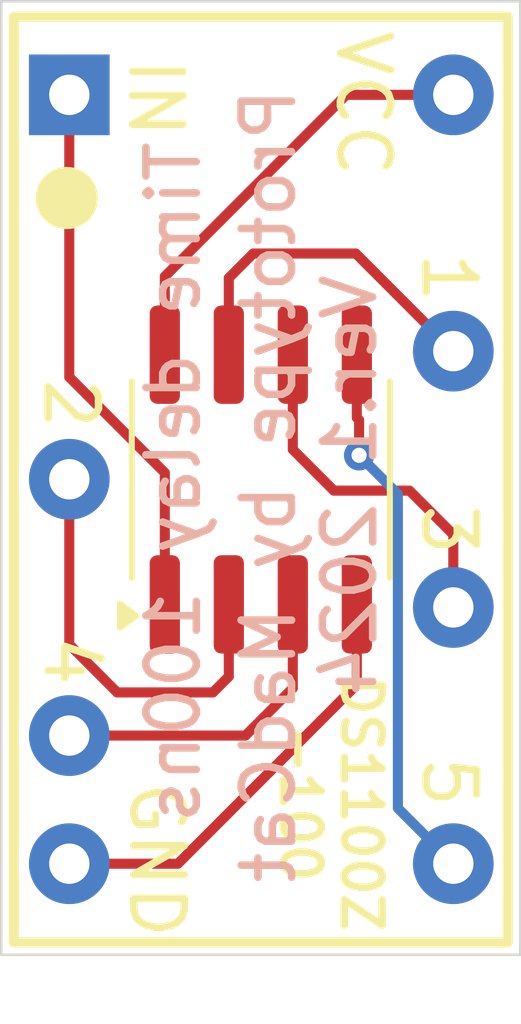
<source format=kicad_pcb>
(kicad_pcb (version 20221018) (generator pcbnew)
  (layers (0 "F.Cu" signal) (31 "B.Cu" signal) (34 "B.Paste" user) (35 "F.Paste" user) (36 "B.SilkS" user "B.Silkscreen") (37 "F.SilkS" user "F.Silkscreen") (38 "B.Mask" user) (39 "F.Mask" user) (44 "Edge.Cuts" user))
  (net 0 "")
  (net 1 "Net-(TD1A-IN)")
  (net 2 "Net-(TD1A-40)")
  (net 3 "Net-(TD1A-80)")
  (net 4 "Net-(TD1B-GND)")
  (net 5 "Net-(TD1A-100)")
  (net 6 "Net-(TD1A-60)")
  (net 7 "Net-(TD1A-20)")
  (net 8 "Net-(TD1B-Vcc)")
  (footprint "time_delay_footprints:time_delay" (layer "F.Cu") (at 42.75 44.755)
    (fp_text reference "TD1" hide)
    (fp_text value "TTLDL-20")
    (fp_text user "Time delay 100ns" (at 2.65 0.845 90 unlocked) (layer "B.SilkS") (effects (justify left bottom mirror)))
    (fp_text user "4" (at -0.55 10.645 270 unlocked) (layer "F.SilkS") (effects (justify left bottom)))
    (fp_text user "1" (at 6.95 3.045 -90 unlocked) (layer "F.SilkS") (effects (justify left bottom)))
    (fp_text user "IN" (at 1.125 -0.8 -90 unlocked) (layer "F.SilkS") (effects (justify left bottom)))
    (fp_text user "3" (at 6.95 8.045 -90 unlocked) (layer "F.SilkS") (effects (justify left bottom)))
    (fp_text user "5" (at 6.95 13.045 -90 unlocked) (layer "F.SilkS") (effects (justify left bottom)))
    (fp_text user "2" (at -0.55 5.545 -90 unlocked) (layer "F.SilkS") (effects (justify left bottom)))
    (fp_text user "VCC" (at 5.25 -1.355 -90 unlocked) (layer "F.SilkS") (effects (justify left bottom)))
    (fp_text user "GND" (at 1.15 13.545 270 unlocked) (layer "F.SilkS") (effects (justify left bottom)))
    (fp_line (start -1.1 -1.55) (end -1.1 16.8) (stroke (width 0.2)) (layer "F.SilkS"))
    (fp_line (start -1.1 16.8) (end 8.7 16.8) (stroke (width 0.2)) (layer "F.SilkS"))
    (fp_line (start 8.7 -1.55) (end -1.1 -1.55) (stroke (width 0.2)) (layer "F.SilkS"))
    (fp_line (start 8.7 16.8) (end 8.7 -1.55) (stroke (width 0.2)) (layer "F.SilkS"))
    (pad "1" thru_hole rect (at 0 0) (size 1.6 1.6) (drill 0.8) (layers "*.Cu" "*.Mask") (net 1 "Net-(TD1A-IN)"))
    (pad "4" thru_hole oval (at 0 7.62) (size 1.6 1.6) (drill 0.8) (layers "*.Cu" "*.Mask") (net 2 "Net-(TD1A-40)"))
    (pad "6" thru_hole oval (at 0 12.7) (size 1.6 1.6) (drill 0.8) (layers "*.Cu" "*.Mask") (net 3 "Net-(TD1A-80)"))
    (pad "7" thru_hole oval (at 0 15.24) (size 1.6 1.6) (drill 0.8) (layers "*.Cu" "*.Mask") (net 4 "Net-(TD1B-GND)"))
    (pad "8" thru_hole oval (at 7.62 15.24) (size 1.6 1.6) (drill 0.8) (layers "*.Cu" "*.Mask") (net 5 "Net-(TD1A-100)"))
    (pad "10" thru_hole oval (at 7.62 10.16) (size 1.6 1.6) (drill 0.8) (layers "*.Cu" "*.Mask") (net 6 "Net-(TD1A-60)"))
    (pad "12" thru_hole oval (at 7.62 5.08) (size 1.6 1.6) (drill 0.8) (layers "*.Cu" "*.Mask") (net 7 "Net-(TD1A-20)"))
    (pad "14" thru_hole oval (at 7.62 0) (size 1.6 1.6) (drill 0.8) (layers "*.Cu" "*.Mask") (net 8 "Net-(TD1B-Vcc)"))
  )
  (footprint "time_delay_footprints:SOIC-8_3.9x4.9mm_P1.27mm" (layer "F.Cu") (at 46.55 52.38 90)
    (fp_text reference "U1" hide)
    (fp_text value "DS1100Z-100")
    (fp_line (start 0 -2.56) (end -1.95 -2.56) (stroke (width 0.12)) (layer "F.SilkS"))
    (fp_line (start 0 -2.56) (end 1.95 -2.56) (stroke (width 0.12)) (layer "F.SilkS"))
    (fp_line (start 0 2.56) (end -1.95 2.56) (stroke (width 0.12)) (layer "F.SilkS"))
    (fp_line (start 0 2.56) (end 1.95 2.56) (stroke (width 0.12)) (layer "F.SilkS"))
    (fp_poly (pts (xy -2.7 -2.465) (xy -2.94 -2.795) (xy -2.46 -2.795) (xy -2.7 -2.465)) (stroke (width 0.12)) (fill solid) (layer "F.SilkS"))
    (pad "1" smd roundrect (at -2.475 -1.905 90) (size 1.95 0.6) (layers "F.Cu" "F.Paste" "F.Mask") (net 1 "Net-(TD1A-IN)"))
    (pad "2" smd roundrect (at -2.475 -0.635 90) (size 1.95 0.6) (layers "F.Cu" "F.Paste" "F.Mask") (net 2 "Net-(TD1A-40)"))
    (pad "3" smd roundrect (at -2.475 0.635 90) (size 1.95 0.6) (layers "F.Cu" "F.Paste" "F.Mask") (net 3 "Net-(TD1A-80)"))
    (pad "4" smd roundrect (at -2.475 1.905 90) (size 1.95 0.6) (layers "F.Cu" "F.Paste" "F.Mask") (net 4 "Net-(TD1B-GND)"))
    (pad "5" smd roundrect (at 2.475 1.905 90) (size 1.95 0.6) (layers "F.Cu" "F.Paste" "F.Mask") (net 5 "Net-(TD1A-100)"))
    (pad "6" smd roundrect (at 2.475 0.635 90) (size 1.95 0.6) (layers "F.Cu" "F.Paste" "F.Mask") (net 6 "Net-(TD1A-60)"))
    (pad "7" smd roundrect (at 2.475 -0.635 90) (size 1.95 0.6) (layers "F.Cu" "F.Paste" "F.Mask") (net 7 "Net-(TD1A-20)"))
    (pad "8" smd roundrect (at 2.475 -1.905 90) (size 1.95 0.6) (layers "F.Cu" "F.Paste" "F.Mask") (net 8 "Net-(TD1B-Vcc)"))
  )
  (gr_circle (center 42.7 46.8) (end 43.265685 46.8) (stroke (width 0.1)) (fill solid) (layer "F.SilkS"))
  (gr_rect (start 41.4 42.9) (end 51.7 61.8) (stroke (width 0.05)) (fill none) (layer "Edge.Cuts"))
  (gr_text "Prototype by MadCat\nVer.1 2024" (at 48.9 52.5 90) (layer "B.SilkS") (effects (font (size 1 1)) (justify bottom mirror)))
  (gr_text "DS1100Z\n-100" (at 46.9 58.8 270) (layer "F.SilkS") (effects (font (size 0.75 0.75)) (justify bottom)))
  (segment (start 42.75 50.35) (end 42.75 44.755) (width 0.2) (layer "F.Cu") (net 1))
  (segment (start 44.645 52.245) (end 42.75 50.35) (width 0.2) (layer "F.Cu") (net 1))
  (segment (start 44.645 54.855) (end 44.645 52.245) (width 0.2) (layer "F.Cu") (net 1))
  (segment (start 45.915 56.285) (end 45.6 56.6) (width 0.2) (layer "F.Cu") (net 2))
  (segment (start 45.915 54.855) (end 45.915 56.285) (width 0.2) (layer "F.Cu") (net 2))
  (segment (start 45.6 56.6) (end 43.7 56.6) (width 0.2) (layer "F.Cu") (net 2))
  (segment (start 42.75 55.65) (end 42.75 52.375) (width 0.2) (layer "F.Cu") (net 2))
  (segment (start 43.7 56.6) (end 42.75 55.65) (width 0.2) (layer "F.Cu") (net 2))
  (segment (start 46.245 57.455) (end 42.75 57.455) (width 0.2) (layer "F.Cu") (net 3))
  (segment (start 47.185 54.855) (end 47.185 56.515) (width 0.2) (layer "F.Cu") (net 3))
  (segment (start 47.185 56.515) (end 46.245 57.455) (width 0.2) (layer "F.Cu") (net 3))
  (segment (start 44.905 59.995) (end 42.75 59.995) (width 0.2) (layer "F.Cu") (net 4))
  (segment (start 48.455 54.855) (end 48.455 56.445) (width 0.2) (layer "F.Cu") (net 4))
  (segment (start 48.455 56.445) (end 44.905 59.995) (width 0.2) (layer "F.Cu") (net 4))
  (segment (start 48.5 51.2) (end 48.455 51.155) (width 0.2) (layer "F.Cu") (net 5))
  (segment (start 48.5 51.9) (end 48.5 51.2) (width 0.2) (layer "F.Cu") (net 5))
  (segment (start 48.455 51.155) (end 48.455 49.905) (width 0.2) (layer "F.Cu") (net 5))
  (via (at 48.5 51.9) (size 0.6) (drill 0.3) (layers "F.Cu" "B.Cu") (net 5))
  (segment (start 49.27 52.67) (end 49.27 58.895) (width 0.2) (layer "B.Cu") (net 5))
  (segment (start 49.27 58.895) (end 50.37 59.995) (width 0.2) (layer "B.Cu") (net 5))
  (segment (start 48.5 51.9) (end 49.27 52.67) (width 0.2) (layer "B.Cu") (net 5))
  (segment (start 50.37 53.47) (end 50.37 54.915) (width 0.2) (layer "F.Cu") (net 6))
  (segment (start 48 52.6) (end 49.5 52.6) (width 0.2) (layer "F.Cu") (net 6))
  (segment (start 47.185 51.785) (end 48 52.6) (width 0.2) (layer "F.Cu") (net 6))
  (segment (start 49.5 52.6) (end 50.37 53.47) (width 0.2) (layer "F.Cu") (net 6))
  (segment (start 47.185 49.905) (end 47.185 51.785) (width 0.2) (layer "F.Cu") (net 6))
  (segment (start 45.915 48.385) (end 46.4 47.9) (width 0.2) (layer "F.Cu") (net 7))
  (segment (start 45.915 49.905) (end 45.915 48.385) (width 0.2) (layer "F.Cu") (net 7))
  (segment (start 46.4 47.9) (end 48.435 47.9) (width 0.2) (layer "F.Cu") (net 7))
  (segment (start 48.435 47.9) (end 50.37 49.835) (width 0.2) (layer "F.Cu") (net 7))
  (segment (start 44.645 49.905) (end 44.645 48.355) (width 0.2) (layer "F.Cu") (net 8))
  (segment (start 44.645 48.355) (end 48.245 44.755) (width 0.2) (layer "F.Cu") (net 8))
  (segment (start 48.245 44.755) (end 50.37 44.755) (width 0.2) (layer "F.Cu") (net 8))
)
</source>
